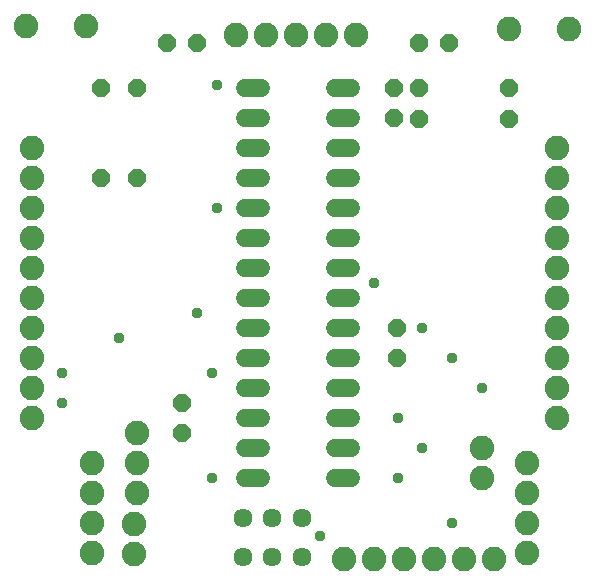
<source format=gbr>
G04 EAGLE Gerber RS-274X export*
G75*
%MOMM*%
%FSLAX34Y34*%
%LPD*%
%INSoldermask Bottom*%
%IPPOS*%
%AMOC8*
5,1,8,0,0,1.08239X$1,22.5*%
G01*
%ADD10P,1.649562X8X112.500000*%
%ADD11P,1.649562X8X292.500000*%
%ADD12P,1.649562X8X22.500000*%
%ADD13P,1.649562X8X202.500000*%
%ADD14C,1.524000*%
%ADD15C,2.082800*%
%ADD16C,1.611200*%
%ADD17C,0.959600*%


D10*
X152400Y127000D03*
X152400Y152400D03*
D11*
X331470Y419100D03*
X331470Y393700D03*
X334010Y215900D03*
X334010Y190500D03*
D12*
X353060Y457200D03*
X378460Y457200D03*
D13*
X165100Y457200D03*
X139700Y457200D03*
X429260Y392430D03*
X353060Y392430D03*
D10*
X114300Y342900D03*
X114300Y419100D03*
D13*
X429260Y419100D03*
X353060Y419100D03*
D11*
X83820Y419100D03*
X83820Y342900D03*
D14*
X205296Y418910D02*
X218504Y418910D01*
X218504Y393510D02*
X205296Y393510D01*
X205296Y368110D02*
X218504Y368110D01*
X218504Y342710D02*
X205296Y342710D01*
X205296Y317310D02*
X218504Y317310D01*
X218504Y291910D02*
X205296Y291910D01*
X205296Y266510D02*
X218504Y266510D01*
X218504Y241110D02*
X205296Y241110D01*
X205296Y215710D02*
X218504Y215710D01*
X218504Y190310D02*
X205296Y190310D01*
X205296Y164910D02*
X218504Y164910D01*
X218504Y139510D02*
X205296Y139510D01*
X205296Y114110D02*
X218504Y114110D01*
X218504Y88710D02*
X205296Y88710D01*
X281496Y88710D02*
X294704Y88710D01*
X294704Y114110D02*
X281496Y114110D01*
X281496Y139510D02*
X294704Y139510D01*
X294704Y164910D02*
X281496Y164910D01*
X281496Y190310D02*
X294704Y190310D01*
X294704Y215710D02*
X281496Y215710D01*
X281496Y241110D02*
X294704Y241110D01*
X294704Y266510D02*
X281496Y266510D01*
X281496Y291910D02*
X294704Y291910D01*
X294704Y317310D02*
X281496Y317310D01*
X281496Y342710D02*
X294704Y342710D01*
X294704Y368110D02*
X281496Y368110D01*
X281496Y393510D02*
X294704Y393510D01*
X294704Y418910D02*
X281496Y418910D01*
D15*
X406400Y114300D03*
X406400Y88900D03*
X469900Y368300D03*
X469900Y342900D03*
X469900Y317500D03*
X469900Y292100D03*
X469900Y266700D03*
X469900Y241300D03*
X469900Y215900D03*
X469900Y190500D03*
X469900Y165100D03*
X469900Y139700D03*
X25400Y241300D03*
X25400Y215900D03*
X25400Y190500D03*
X25400Y165100D03*
X25400Y139700D03*
X25400Y368300D03*
X25400Y342900D03*
X25400Y317500D03*
X25400Y292100D03*
X25400Y266700D03*
X114300Y127000D03*
X114300Y101600D03*
X114300Y76200D03*
X111760Y24130D03*
X111760Y49530D03*
D16*
X203600Y21600D03*
X228600Y21600D03*
X253600Y21600D03*
X253600Y54600D03*
X228600Y54600D03*
X203600Y54600D03*
D15*
X76200Y25400D03*
X76200Y50800D03*
X76200Y76200D03*
X76200Y101600D03*
X416560Y20320D03*
X391160Y20320D03*
X365760Y20320D03*
X340360Y20320D03*
X314960Y20320D03*
X289560Y20320D03*
X198120Y463550D03*
X223520Y463550D03*
X248920Y463550D03*
X274320Y463550D03*
X299720Y463550D03*
X444500Y25400D03*
X444500Y50800D03*
X444500Y76200D03*
X444500Y101600D03*
X429260Y468630D03*
X480060Y468630D03*
X71120Y471170D03*
X20320Y471170D03*
D17*
X181610Y317500D03*
X181610Y317500D03*
X181610Y421640D03*
X165100Y228600D03*
X99060Y207010D03*
X406400Y165100D03*
X335280Y139700D03*
X335280Y88900D03*
X314960Y254000D03*
X269240Y39370D03*
X355600Y215900D03*
X355600Y114300D03*
X177800Y88900D03*
X177800Y177800D03*
X381000Y190500D03*
X381000Y50800D03*
X50800Y177800D03*
X50800Y152400D03*
M02*

</source>
